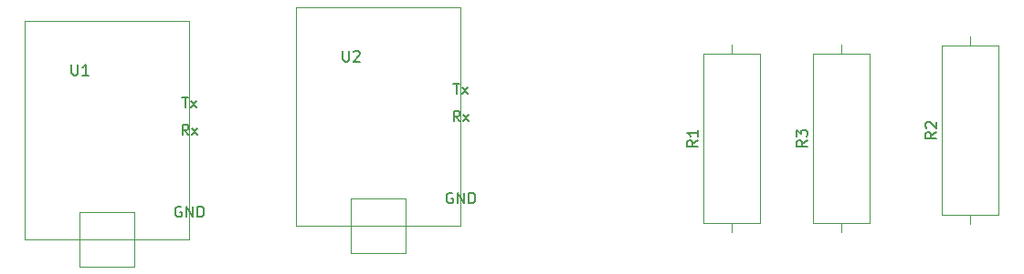
<source format=gbr>
%TF.GenerationSoftware,KiCad,Pcbnew,(5.1.9)-1*%
%TF.CreationDate,2021-10-21T17:43:52-05:00*%
%TF.ProjectId,tutorial,7475746f-7269-4616-9c2e-6b696361645f,rev?*%
%TF.SameCoordinates,Original*%
%TF.FileFunction,Legend,Top*%
%TF.FilePolarity,Positive*%
%FSLAX46Y46*%
G04 Gerber Fmt 4.6, Leading zero omitted, Abs format (unit mm)*
G04 Created by KiCad (PCBNEW (5.1.9)-1) date 2021-10-21 17:43:52*
%MOMM*%
%LPD*%
G01*
G04 APERTURE LIST*
%ADD10C,0.120000*%
%ADD11C,0.150000*%
G04 APERTURE END LIST*
D10*
%TO.C,U2*%
X148336000Y-64262000D02*
X133096000Y-64262000D01*
X133096000Y-64262000D02*
X133096000Y-43942000D01*
X133096000Y-43942000D02*
X148336000Y-43942000D01*
X148336000Y-43942000D02*
X148336000Y-64262000D01*
X138176000Y-61722000D02*
X138176000Y-66802000D01*
X138176000Y-66802000D02*
X143256000Y-66802000D01*
X143256000Y-66802000D02*
X143256000Y-61722000D01*
X143256000Y-61722000D02*
X138176000Y-61722000D01*
%TO.C,U1*%
X123190000Y-65532000D02*
X107950000Y-65532000D01*
X107950000Y-65532000D02*
X107950000Y-45212000D01*
X107950000Y-45212000D02*
X123190000Y-45212000D01*
X123190000Y-45212000D02*
X123190000Y-65532000D01*
X113030000Y-62992000D02*
X113030000Y-68072000D01*
X113030000Y-68072000D02*
X118110000Y-68072000D01*
X118110000Y-68072000D02*
X118110000Y-62992000D01*
X118110000Y-62992000D02*
X113030000Y-62992000D01*
%TO.C,R3*%
X181022000Y-64004000D02*
X186262000Y-64004000D01*
X186262000Y-64004000D02*
X186262000Y-48264000D01*
X186262000Y-48264000D02*
X181022000Y-48264000D01*
X181022000Y-48264000D02*
X181022000Y-64004000D01*
X183642000Y-64854000D02*
X183642000Y-64004000D01*
X183642000Y-47414000D02*
X183642000Y-48264000D01*
%TO.C,R2*%
X192960000Y-63242000D02*
X198200000Y-63242000D01*
X198200000Y-63242000D02*
X198200000Y-47502000D01*
X198200000Y-47502000D02*
X192960000Y-47502000D01*
X192960000Y-47502000D02*
X192960000Y-63242000D01*
X195580000Y-64092000D02*
X195580000Y-63242000D01*
X195580000Y-46652000D02*
X195580000Y-47502000D01*
%TO.C,R1*%
X170862000Y-64004000D02*
X176102000Y-64004000D01*
X176102000Y-64004000D02*
X176102000Y-48264000D01*
X176102000Y-48264000D02*
X170862000Y-48264000D01*
X170862000Y-48264000D02*
X170862000Y-64004000D01*
X173482000Y-64854000D02*
X173482000Y-64004000D01*
X173482000Y-47414000D02*
X173482000Y-48264000D01*
%TO.C,U2*%
D11*
X137414095Y-47974380D02*
X137414095Y-48783904D01*
X137461714Y-48879142D01*
X137509333Y-48926761D01*
X137604571Y-48974380D01*
X137795047Y-48974380D01*
X137890285Y-48926761D01*
X137937904Y-48879142D01*
X137985523Y-48783904D01*
X137985523Y-47974380D01*
X138414095Y-48069619D02*
X138461714Y-48022000D01*
X138556952Y-47974380D01*
X138795047Y-47974380D01*
X138890285Y-48022000D01*
X138937904Y-48069619D01*
X138985523Y-48164857D01*
X138985523Y-48260095D01*
X138937904Y-48402952D01*
X138366476Y-48974380D01*
X138985523Y-48974380D01*
X147645523Y-51014380D02*
X148216952Y-51014380D01*
X147931238Y-52014380D02*
X147931238Y-51014380D01*
X148455047Y-52014380D02*
X148978857Y-51347714D01*
X148455047Y-51347714D02*
X148978857Y-52014380D01*
X148240761Y-54554380D02*
X147907428Y-54078190D01*
X147669333Y-54554380D02*
X147669333Y-53554380D01*
X148050285Y-53554380D01*
X148145523Y-53602000D01*
X148193142Y-53649619D01*
X148240761Y-53744857D01*
X148240761Y-53887714D01*
X148193142Y-53982952D01*
X148145523Y-54030571D01*
X148050285Y-54078190D01*
X147669333Y-54078190D01*
X148574095Y-54554380D02*
X149097904Y-53887714D01*
X148574095Y-53887714D02*
X149097904Y-54554380D01*
X147574095Y-61222000D02*
X147478857Y-61174380D01*
X147336000Y-61174380D01*
X147193142Y-61222000D01*
X147097904Y-61317238D01*
X147050285Y-61412476D01*
X147002666Y-61602952D01*
X147002666Y-61745809D01*
X147050285Y-61936285D01*
X147097904Y-62031523D01*
X147193142Y-62126761D01*
X147336000Y-62174380D01*
X147431238Y-62174380D01*
X147574095Y-62126761D01*
X147621714Y-62079142D01*
X147621714Y-61745809D01*
X147431238Y-61745809D01*
X148050285Y-62174380D02*
X148050285Y-61174380D01*
X148621714Y-62174380D01*
X148621714Y-61174380D01*
X149097904Y-62174380D02*
X149097904Y-61174380D01*
X149336000Y-61174380D01*
X149478857Y-61222000D01*
X149574095Y-61317238D01*
X149621714Y-61412476D01*
X149669333Y-61602952D01*
X149669333Y-61745809D01*
X149621714Y-61936285D01*
X149574095Y-62031523D01*
X149478857Y-62126761D01*
X149336000Y-62174380D01*
X149097904Y-62174380D01*
%TO.C,U1*%
X112268095Y-49244380D02*
X112268095Y-50053904D01*
X112315714Y-50149142D01*
X112363333Y-50196761D01*
X112458571Y-50244380D01*
X112649047Y-50244380D01*
X112744285Y-50196761D01*
X112791904Y-50149142D01*
X112839523Y-50053904D01*
X112839523Y-49244380D01*
X113839523Y-50244380D02*
X113268095Y-50244380D01*
X113553809Y-50244380D02*
X113553809Y-49244380D01*
X113458571Y-49387238D01*
X113363333Y-49482476D01*
X113268095Y-49530095D01*
X122499523Y-52284380D02*
X123070952Y-52284380D01*
X122785238Y-53284380D02*
X122785238Y-52284380D01*
X123309047Y-53284380D02*
X123832857Y-52617714D01*
X123309047Y-52617714D02*
X123832857Y-53284380D01*
X123094761Y-55824380D02*
X122761428Y-55348190D01*
X122523333Y-55824380D02*
X122523333Y-54824380D01*
X122904285Y-54824380D01*
X122999523Y-54872000D01*
X123047142Y-54919619D01*
X123094761Y-55014857D01*
X123094761Y-55157714D01*
X123047142Y-55252952D01*
X122999523Y-55300571D01*
X122904285Y-55348190D01*
X122523333Y-55348190D01*
X123428095Y-55824380D02*
X123951904Y-55157714D01*
X123428095Y-55157714D02*
X123951904Y-55824380D01*
X122428095Y-62492000D02*
X122332857Y-62444380D01*
X122190000Y-62444380D01*
X122047142Y-62492000D01*
X121951904Y-62587238D01*
X121904285Y-62682476D01*
X121856666Y-62872952D01*
X121856666Y-63015809D01*
X121904285Y-63206285D01*
X121951904Y-63301523D01*
X122047142Y-63396761D01*
X122190000Y-63444380D01*
X122285238Y-63444380D01*
X122428095Y-63396761D01*
X122475714Y-63349142D01*
X122475714Y-63015809D01*
X122285238Y-63015809D01*
X122904285Y-63444380D02*
X122904285Y-62444380D01*
X123475714Y-63444380D01*
X123475714Y-62444380D01*
X123951904Y-63444380D02*
X123951904Y-62444380D01*
X124190000Y-62444380D01*
X124332857Y-62492000D01*
X124428095Y-62587238D01*
X124475714Y-62682476D01*
X124523333Y-62872952D01*
X124523333Y-63015809D01*
X124475714Y-63206285D01*
X124428095Y-63301523D01*
X124332857Y-63396761D01*
X124190000Y-63444380D01*
X123951904Y-63444380D01*
%TO.C,R3*%
X180474380Y-56300666D02*
X179998190Y-56634000D01*
X180474380Y-56872095D02*
X179474380Y-56872095D01*
X179474380Y-56491142D01*
X179522000Y-56395904D01*
X179569619Y-56348285D01*
X179664857Y-56300666D01*
X179807714Y-56300666D01*
X179902952Y-56348285D01*
X179950571Y-56395904D01*
X179998190Y-56491142D01*
X179998190Y-56872095D01*
X179474380Y-55967333D02*
X179474380Y-55348285D01*
X179855333Y-55681619D01*
X179855333Y-55538761D01*
X179902952Y-55443523D01*
X179950571Y-55395904D01*
X180045809Y-55348285D01*
X180283904Y-55348285D01*
X180379142Y-55395904D01*
X180426761Y-55443523D01*
X180474380Y-55538761D01*
X180474380Y-55824476D01*
X180426761Y-55919714D01*
X180379142Y-55967333D01*
%TO.C,R2*%
X192412380Y-55538666D02*
X191936190Y-55872000D01*
X192412380Y-56110095D02*
X191412380Y-56110095D01*
X191412380Y-55729142D01*
X191460000Y-55633904D01*
X191507619Y-55586285D01*
X191602857Y-55538666D01*
X191745714Y-55538666D01*
X191840952Y-55586285D01*
X191888571Y-55633904D01*
X191936190Y-55729142D01*
X191936190Y-56110095D01*
X191507619Y-55157714D02*
X191460000Y-55110095D01*
X191412380Y-55014857D01*
X191412380Y-54776761D01*
X191460000Y-54681523D01*
X191507619Y-54633904D01*
X191602857Y-54586285D01*
X191698095Y-54586285D01*
X191840952Y-54633904D01*
X192412380Y-55205333D01*
X192412380Y-54586285D01*
%TO.C,R1*%
X170314380Y-56300666D02*
X169838190Y-56634000D01*
X170314380Y-56872095D02*
X169314380Y-56872095D01*
X169314380Y-56491142D01*
X169362000Y-56395904D01*
X169409619Y-56348285D01*
X169504857Y-56300666D01*
X169647714Y-56300666D01*
X169742952Y-56348285D01*
X169790571Y-56395904D01*
X169838190Y-56491142D01*
X169838190Y-56872095D01*
X170314380Y-55348285D02*
X170314380Y-55919714D01*
X170314380Y-55634000D02*
X169314380Y-55634000D01*
X169457238Y-55729238D01*
X169552476Y-55824476D01*
X169600095Y-55919714D01*
%TD*%
M02*

</source>
